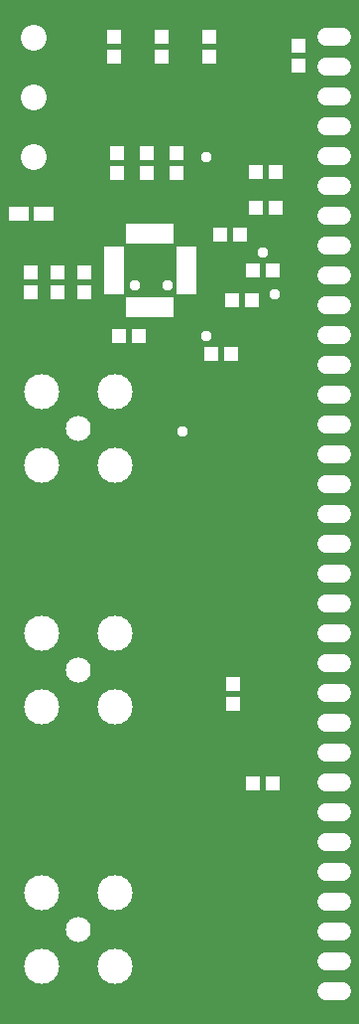
<source format=gbr>
G04 EAGLE Gerber RS-274X export*
G75*
%MOMM*%
%FSLAX34Y34*%
%LPD*%
%INSoldermask Bottom*%
%IPNEG*%
%AMOC8*
5,1,8,0,0,1.08239X$1,22.5*%
G01*
%ADD10R,1.203200X1.303200*%
%ADD11R,1.303200X1.203200*%
%ADD12R,0.503200X1.803200*%
%ADD13R,1.803200X0.503200*%
%ADD14R,1.703200X1.203200*%
%ADD15C,1.511200*%
%ADD16C,2.203200*%
%ADD17C,3.003200*%
%ADD18C,2.133600*%
%ADD19C,0.959600*%


D10*
X274320Y841620D03*
X274320Y824620D03*
X198120Y832240D03*
X198120Y849240D03*
D11*
X138040Y594360D03*
X121040Y594360D03*
D10*
X157480Y832240D03*
X157480Y849240D03*
D12*
X129820Y681240D03*
X134820Y681240D03*
X139820Y681240D03*
X144820Y681240D03*
X149820Y681240D03*
X154820Y681240D03*
X159820Y681240D03*
X164820Y681240D03*
D13*
X178320Y667740D03*
X178320Y662740D03*
X178320Y657740D03*
X178320Y652740D03*
X178320Y647740D03*
X178320Y642740D03*
X178320Y637740D03*
X178320Y632740D03*
D12*
X164820Y619240D03*
X159820Y619240D03*
X154820Y619240D03*
X149820Y619240D03*
X144820Y619240D03*
X139820Y619240D03*
X134820Y619240D03*
X129820Y619240D03*
D13*
X116320Y632740D03*
X116320Y637740D03*
X116320Y642740D03*
X116320Y647740D03*
X116320Y652740D03*
X116320Y657740D03*
X116320Y662740D03*
X116320Y667740D03*
D11*
X116840Y849240D03*
X116840Y832240D03*
D14*
X56245Y698500D03*
X35195Y698500D03*
D10*
X237880Y734060D03*
X254880Y734060D03*
X235340Y213360D03*
X252340Y213360D03*
X237880Y703580D03*
X254880Y703580D03*
X207400Y680720D03*
X224400Y680720D03*
X217560Y624840D03*
X234560Y624840D03*
X235340Y650240D03*
X252340Y650240D03*
D11*
X218440Y298060D03*
X218440Y281060D03*
D10*
X216780Y579120D03*
X199780Y579120D03*
D15*
X298260Y849630D02*
X311340Y849630D01*
X311340Y824230D02*
X298260Y824230D01*
X298260Y798830D02*
X311340Y798830D01*
X311340Y773430D02*
X298260Y773430D01*
X298260Y748030D02*
X311340Y748030D01*
X311340Y722630D02*
X298260Y722630D01*
X298260Y697230D02*
X311340Y697230D01*
X311340Y671830D02*
X298260Y671830D01*
X298260Y646430D02*
X311340Y646430D01*
X311340Y621030D02*
X298260Y621030D01*
X298260Y595630D02*
X311340Y595630D01*
X311340Y570230D02*
X298260Y570230D01*
X298260Y544830D02*
X311340Y544830D01*
X311340Y519430D02*
X298260Y519430D01*
X298260Y494030D02*
X311340Y494030D01*
X311340Y468630D02*
X298260Y468630D01*
X298260Y443230D02*
X311340Y443230D01*
X311340Y417830D02*
X298260Y417830D01*
X298260Y392430D02*
X311340Y392430D01*
X311340Y367030D02*
X298260Y367030D01*
X298260Y341630D02*
X311340Y341630D01*
X311340Y316230D02*
X298260Y316230D01*
X298260Y290830D02*
X311340Y290830D01*
X311340Y265430D02*
X298260Y265430D01*
X298260Y240030D02*
X311340Y240030D01*
X311340Y214630D02*
X298260Y214630D01*
X298260Y189230D02*
X311340Y189230D01*
X311340Y163830D02*
X298260Y163830D01*
X298260Y138430D02*
X311340Y138430D01*
X311340Y113030D02*
X298260Y113030D01*
X298260Y87630D02*
X311340Y87630D01*
X311340Y62230D02*
X298260Y62230D01*
X298260Y36830D02*
X311340Y36830D01*
D16*
X48510Y848571D03*
X48510Y797771D03*
X48510Y746971D03*
D17*
X55060Y120200D03*
X117660Y120200D03*
X55060Y57600D03*
X117660Y57600D03*
D18*
X86360Y88900D03*
D17*
X55060Y341180D03*
X117660Y341180D03*
X55060Y278580D03*
X117660Y278580D03*
D18*
X86360Y309880D03*
D17*
X55060Y546920D03*
X117660Y546920D03*
X55060Y484320D03*
X117660Y484320D03*
D18*
X86360Y515620D03*
D11*
X170180Y750180D03*
X170180Y733180D03*
X144780Y750180D03*
X144780Y733180D03*
X119380Y750180D03*
X119380Y733180D03*
X45720Y631580D03*
X45720Y648580D03*
X68580Y631580D03*
X68580Y648580D03*
X91440Y631580D03*
X91440Y648580D03*
D19*
X134412Y637740D03*
X162560Y637740D03*
X195580Y746760D03*
X254000Y629920D03*
X243840Y665480D03*
X175260Y513080D03*
X195580Y594360D03*
M02*

</source>
